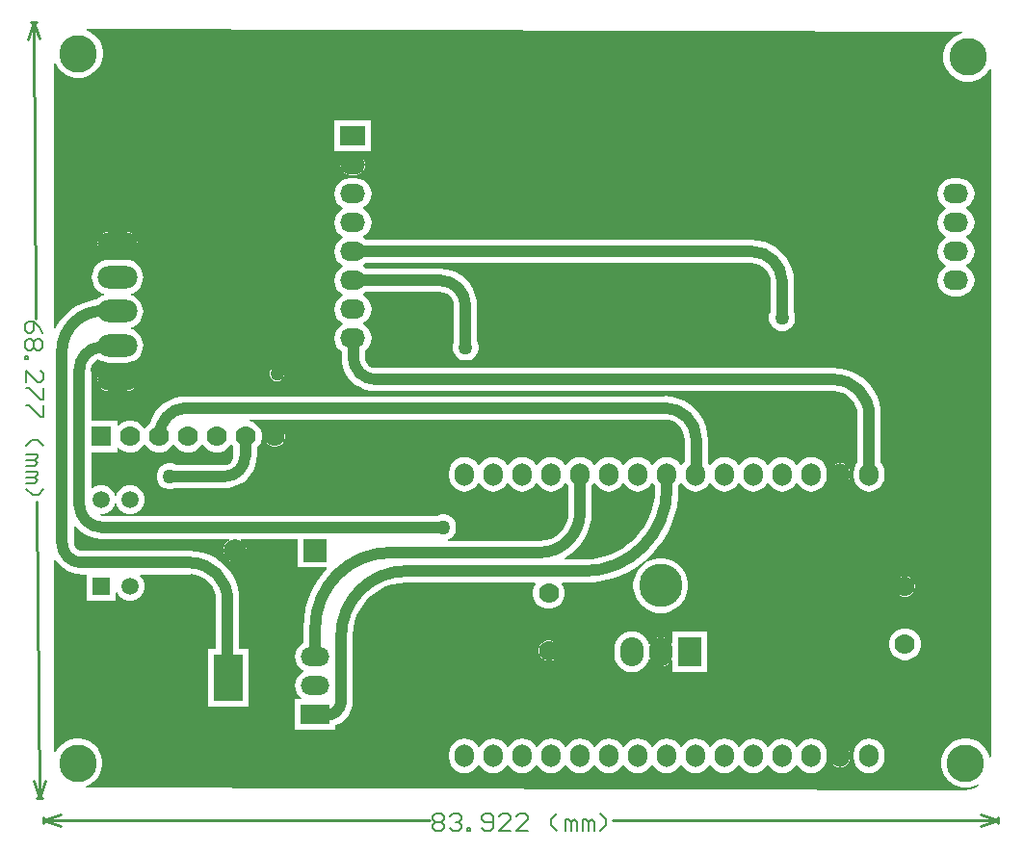
<source format=gtl>
G04*
G04 #@! TF.GenerationSoftware,Altium Limited,Altium Designer,21.0.8 (223)*
G04*
G04 Layer_Physical_Order=1*
G04 Layer_Color=255*
%FSTAX24Y24*%
%MOIN*%
G70*
G04*
G04 #@! TF.SameCoordinates,A57ED762-F1FC-47E5-BACA-E58B220B156E*
G04*
G04*
G04 #@! TF.FilePolarity,Positive*
G04*
G01*
G75*
%ADD12C,0.0100*%
%ADD37C,0.0400*%
%ADD38O,0.0800X0.1000*%
%ADD39C,0.0700*%
%ADD40C,0.1500*%
%ADD41R,0.0800X0.1000*%
%ADD42O,0.0669X0.0787*%
%ADD43C,0.1299*%
%ADD44C,0.0591*%
%ADD45R,0.0591X0.0591*%
%ADD46R,0.0700X0.0700*%
%ADD47R,0.1600X0.1000*%
%ADD48R,0.1000X0.1600*%
%ADD49O,0.1378X0.0787*%
%ADD50R,0.0787X0.0787*%
%ADD51C,0.0787*%
%ADD52O,0.1000X0.0650*%
%ADD53R,0.1000X0.0650*%
%ADD54O,0.0866X0.0669*%
%ADD55R,0.0866X0.0669*%
%ADD56C,0.0500*%
%ADD57C,0.0060*%
G36*
X047325Y049269D02*
X04733Y049219D01*
X047272Y049207D01*
X047118Y049143D01*
X046978Y04905D01*
X04686Y048932D01*
X046767Y048792D01*
X046703Y048638D01*
X04667Y048474D01*
Y048306D01*
X046703Y048142D01*
X046767Y047988D01*
X04686Y047848D01*
X046978Y04773D01*
X047118Y047637D01*
X047272Y047573D01*
X047436Y04754D01*
X047604D01*
X047768Y047573D01*
X047922Y047637D01*
X048062Y04773D01*
X04818Y047848D01*
X048258Y047965D01*
X048308Y047949D01*
X048316Y024148D01*
X048266Y024143D01*
X048257Y024188D01*
X048193Y024342D01*
X0481Y024482D01*
X047982Y0246D01*
X047842Y024693D01*
X047688Y024757D01*
X047524Y02479D01*
X047356D01*
X047192Y024757D01*
X047038Y024693D01*
X046898Y0246D01*
X04678Y024482D01*
X046687Y024342D01*
X046623Y024188D01*
X04659Y024024D01*
Y023856D01*
X046623Y023692D01*
X046687Y023538D01*
X04678Y023398D01*
X046898Y02328D01*
X047038Y023187D01*
X047192Y023123D01*
X047356Y02309D01*
X047524D01*
X047688Y023123D01*
X047842Y023187D01*
X047876Y023209D01*
X047909Y023171D01*
X047898Y023159D01*
X047739Y023074D01*
X047563Y023021D01*
X047393Y023004D01*
X047387Y023005D01*
X017014Y023088D01*
X017004Y023138D01*
X017122Y023187D01*
X017262Y02328D01*
X01738Y023398D01*
X017473Y023538D01*
X017537Y023692D01*
X01757Y023856D01*
Y024024D01*
X017537Y024188D01*
X017473Y024342D01*
X01738Y024482D01*
X017262Y0246D01*
X017122Y024693D01*
X016968Y024757D01*
X016804Y02479D01*
X016636D01*
X016472Y024757D01*
X016318Y024693D01*
X016178Y0246D01*
X01606Y024482D01*
X015967Y024342D01*
X015955Y024313D01*
X015906Y024323D01*
X015905Y030945D01*
X015953Y030959D01*
X015975Y030924D01*
X016085Y030794D01*
X016215Y030683D01*
X01636Y030594D01*
X016518Y030529D01*
X016683Y030489D01*
X016789Y030481D01*
X016805Y030479D01*
Y030479D01*
X016823Y030477D01*
X016823Y030477D01*
X016823Y030477D01*
X016834Y030477D01*
X016834Y030477D01*
X016855Y030477D01*
X017035D01*
Y029565D01*
X018025D01*
Y029844D01*
X018075Y029857D01*
X018134Y029756D01*
X018226Y029664D01*
X018339Y029598D01*
X018465Y029565D01*
X018595D01*
X018721Y029598D01*
X018834Y029664D01*
X018926Y029756D01*
X018992Y029869D01*
X019025Y029995D01*
Y030125D01*
X018992Y030251D01*
X018926Y030364D01*
X018864Y030427D01*
X018885Y030477D01*
X0206D01*
X020612Y030478D01*
X020775Y030462D01*
X020944Y030411D01*
X0211Y030328D01*
X021236Y030216D01*
X021348Y03008D01*
X021431Y029924D01*
X021482Y029755D01*
X021494Y029629D01*
X021497Y02958D01*
X021497Y02958D01*
X021497Y029578D01*
Y02788D01*
X02121D01*
Y02588D01*
X02261D01*
Y02788D01*
X022303D01*
Y029579D01*
X022304Y02958D01*
X022304D01*
X022289Y029802D01*
X022246Y030021D01*
X022174Y030232D01*
X022075Y030432D01*
X021952Y030617D01*
X021805Y030785D01*
X021637Y030932D01*
X021452Y031055D01*
X021252Y031154D01*
X021041Y031226D01*
X020822Y031269D01*
X0206Y031284D01*
Y031283D01*
X016841D01*
X016841Y031284D01*
Y031284D01*
X016841Y031284D01*
X016781Y031291D01*
X016713Y031319D01*
X016655Y031364D01*
X016611Y031422D01*
X016583Y031489D01*
X016578Y031526D01*
X016575Y031574D01*
X016575D01*
X016575Y031624D01*
X016575Y032137D01*
X016625Y032155D01*
X016716Y032048D01*
X016858Y031927D01*
X017017Y03183D01*
X017189Y031758D01*
X01737Y031715D01*
X01751Y031704D01*
X017556Y0317D01*
X017558Y0317D01*
X017608Y0317D01*
X021941D01*
X021954Y03165D01*
X02191Y031625D01*
X021837Y031552D01*
X021785Y031462D01*
X021758Y031362D01*
Y031258D01*
X021785Y031158D01*
X021837Y031068D01*
X02191Y030995D01*
X022Y030943D01*
X0221Y030916D01*
X022204D01*
X022304Y030943D01*
X022394Y030995D01*
X022467Y031068D01*
X022519Y031158D01*
X022546Y031258D01*
Y031362D01*
X022519Y031462D01*
X022467Y031552D01*
X022394Y031625D01*
X02235Y03165D01*
X022364Y0317D01*
X024314D01*
Y030716D01*
X025315D01*
X025336Y030671D01*
X025183Y0305D01*
X024987Y030224D01*
X024824Y029928D01*
X024694Y029616D01*
X024601Y029291D01*
X024544Y028958D01*
X024525Y02862D01*
X024525D01*
X024527Y02862D01*
X024527Y028618D01*
Y028104D01*
X02449Y028089D01*
X024381Y028004D01*
X024296Y027895D01*
X024244Y027767D01*
X024225Y02763D01*
X024244Y027493D01*
X024296Y027365D01*
X024381Y027256D01*
X02449Y027171D01*
X02453Y027155D01*
Y027105D01*
X02449Y027089D01*
X024381Y027004D01*
X024296Y026895D01*
X024244Y026767D01*
X024225Y02663D01*
X024244Y026493D01*
X024296Y026365D01*
X024381Y026256D01*
X024446Y026205D01*
X024429Y026155D01*
X02423D01*
Y025105D01*
X02563D01*
Y025245D01*
X025661Y025254D01*
X025823Y025341D01*
X025965Y025457D01*
X026081Y025599D01*
X026167Y02576D01*
X026221Y025936D01*
X026227Y026002D01*
X026227Y026002D01*
X026227D01*
X026227Y026003D01*
X026233Y026052D01*
X026233Y026052D01*
X026233Y026648D01*
Y02834D01*
X026232Y028352D01*
X026247Y028581D01*
X026294Y028819D01*
X026372Y029048D01*
X026479Y029264D01*
X026613Y029466D01*
X026773Y029647D01*
X026954Y029807D01*
X027156Y029941D01*
X027372Y030048D01*
X027601Y030126D01*
X027839Y030173D01*
X028068Y030188D01*
X02808Y030187D01*
X032523D01*
X032552Y030137D01*
X032497Y030042D01*
X03246Y029902D01*
Y029758D01*
X032497Y029618D01*
X03257Y029492D01*
X032672Y02939D01*
X032798Y029317D01*
X032938Y02928D01*
X033082D01*
X033222Y029317D01*
X033348Y02939D01*
X03345Y029492D01*
X033523Y029618D01*
X03356Y029758D01*
Y029902D01*
X033523Y030042D01*
X033468Y030137D01*
X033497Y030187D01*
X034238D01*
X03424Y030187D01*
X03424Y030186D01*
Y030186D01*
X03456Y030202D01*
X034877Y030249D01*
X035187Y030327D01*
X035489Y030435D01*
X035779Y030571D01*
X036053Y030736D01*
X036311Y030927D01*
X036548Y031142D01*
X036763Y031379D01*
X036954Y031637D01*
X037119Y031911D01*
X037255Y032201D01*
X037363Y032503D01*
X037441Y032813D01*
X037488Y03313D01*
X037504Y03345D01*
X037504Y03345D01*
X037503Y033451D01*
Y03353D01*
X037567Y033613D01*
X037575Y033633D01*
X037625D01*
X037633Y033613D01*
X037719Y033502D01*
X03783Y033416D01*
X03796Y033362D01*
X0381Y033344D01*
X03824Y033362D01*
X03837Y033416D01*
X038481Y033502D01*
X038567Y033613D01*
X038575Y033633D01*
X038625D01*
X038633Y033613D01*
X038719Y033502D01*
X03883Y033416D01*
X03896Y033362D01*
X0391Y033344D01*
X03924Y033362D01*
X03937Y033416D01*
X039481Y033502D01*
X039567Y033613D01*
X039575Y033633D01*
X039625D01*
X039633Y033613D01*
X039719Y033502D01*
X03983Y033416D01*
X03996Y033362D01*
X0401Y033344D01*
X04024Y033362D01*
X04037Y033416D01*
X040481Y033502D01*
X040567Y033613D01*
X040575Y033633D01*
X040625D01*
X040633Y033613D01*
X040719Y033502D01*
X04083Y033416D01*
X04096Y033362D01*
X0411Y033344D01*
X04124Y033362D01*
X04137Y033416D01*
X041481Y033502D01*
X041567Y033613D01*
X041575Y033633D01*
X041625D01*
X041633Y033613D01*
X041719Y033502D01*
X04183Y033416D01*
X04196Y033362D01*
X0421Y033344D01*
X04224Y033362D01*
X04237Y033416D01*
X042481Y033502D01*
X042567Y033613D01*
X042621Y033743D01*
X042639Y033883D01*
Y034001D01*
X042621Y034141D01*
X042567Y034271D01*
X042481Y034382D01*
X04237Y034468D01*
X04224Y034522D01*
X0421Y03454D01*
X04196Y034522D01*
X04183Y034468D01*
X041719Y034382D01*
X041633Y034271D01*
X041625Y034251D01*
X041575D01*
X041567Y034271D01*
X041481Y034382D01*
X04137Y034468D01*
X04124Y034522D01*
X0411Y03454D01*
X04096Y034522D01*
X04083Y034468D01*
X040719Y034382D01*
X040633Y034271D01*
X040625Y034251D01*
X040575D01*
X040567Y034271D01*
X040481Y034382D01*
X04037Y034468D01*
X04024Y034522D01*
X0401Y03454D01*
X03996Y034522D01*
X03983Y034468D01*
X039719Y034382D01*
X039633Y034271D01*
X039625Y034251D01*
X039575D01*
X039567Y034271D01*
X039481Y034382D01*
X03937Y034468D01*
X03924Y034522D01*
X0391Y03454D01*
X03896Y034522D01*
X03883Y034468D01*
X038719Y034382D01*
X038633Y034271D01*
X038625Y034251D01*
X038575D01*
X038567Y034271D01*
X038523Y034327D01*
Y03514D01*
X038525D01*
X038506Y035375D01*
X038451Y035605D01*
X038361Y035823D01*
X038237Y036024D01*
X038084Y036204D01*
X037904Y036357D01*
X037703Y036481D01*
X037485Y036571D01*
X037255Y036626D01*
X03702Y036645D01*
Y036643D01*
X020459D01*
X020458Y036643D01*
X020458Y036643D01*
X020448Y036643D01*
X020415Y036639D01*
X020281Y036629D01*
X020075Y036579D01*
X019879Y036498D01*
X019698Y036387D01*
X019537Y03625D01*
X0194Y036089D01*
X019289Y035908D01*
X019208Y035712D01*
X019204Y035697D01*
X019192Y03569D01*
X01909Y035588D01*
X019055Y035527D01*
X019005D01*
X01897Y035588D01*
X018868Y03569D01*
X018742Y035763D01*
X018602Y0358D01*
X018458D01*
X018318Y035763D01*
X018192Y03569D01*
X01813Y035628D01*
X01808Y035649D01*
Y0358D01*
X017175D01*
Y037466D01*
X017175Y037466D01*
Y037481D01*
X017173Y037494D01*
X017174Y037507D01*
X017172Y037539D01*
X01717Y037548D01*
X017184Y037652D01*
X017224Y03775D01*
X017288Y037833D01*
X017371Y037897D01*
X017437Y037924D01*
X017463Y037903D01*
X017566Y037848D01*
X017678Y037814D01*
X017795Y037802D01*
X018385D01*
X018502Y037814D01*
X018614Y037848D01*
X018717Y037903D01*
X018807Y037977D01*
X018881Y038067D01*
X018936Y038171D01*
X01897Y038283D01*
X018982Y038399D01*
X01897Y038515D01*
X018936Y038627D01*
X018881Y03873D01*
X018807Y038821D01*
X018717Y038895D01*
X018614Y03895D01*
X01857Y038963D01*
Y039016D01*
X018614Y039029D01*
X018717Y039084D01*
X018807Y039158D01*
X018881Y039249D01*
X018936Y039352D01*
X01897Y039464D01*
X018982Y03958D01*
X01897Y039696D01*
X018936Y039808D01*
X018881Y039911D01*
X018807Y040002D01*
X018717Y040076D01*
X018614Y040131D01*
X01857Y040144D01*
Y040197D01*
X018614Y04021D01*
X018717Y040265D01*
X018807Y040339D01*
X018881Y04043D01*
X018936Y040533D01*
X01897Y040645D01*
X018982Y040761D01*
X01897Y040877D01*
X018936Y040989D01*
X018881Y041093D01*
X018807Y041183D01*
X018717Y041257D01*
X018614Y041312D01*
X018502Y041346D01*
X018385Y041358D01*
X017795D01*
X017678Y041346D01*
X017566Y041312D01*
X017463Y041257D01*
X017373Y041183D01*
X017299Y041093D01*
X017244Y040989D01*
X01721Y040877D01*
X017198Y040761D01*
X01721Y040645D01*
X017244Y040533D01*
X017299Y04043D01*
X017373Y040339D01*
X017463Y040265D01*
X017566Y04021D01*
X01761Y040197D01*
Y040144D01*
X017566Y040131D01*
X017463Y040076D01*
X017373Y040002D01*
X01736Y039986D01*
X017328Y039984D01*
X017097Y039938D01*
X016874Y039862D01*
X016663Y039758D01*
X016467Y039627D01*
X01629Y039472D01*
X016135Y039295D01*
X016004Y039099D01*
X015953Y038994D01*
X015904Y039006D01*
X015903Y048156D01*
X015953Y048166D01*
X015977Y048108D01*
X01607Y047968D01*
X016188Y04785D01*
X016328Y047757D01*
X016482Y047693D01*
X016646Y04766D01*
X016814D01*
X016978Y047693D01*
X017132Y047757D01*
X017272Y04785D01*
X01739Y047968D01*
X017483Y048108D01*
X017547Y048262D01*
X01758Y048426D01*
Y048594D01*
X017547Y048758D01*
X017483Y048912D01*
X01739Y049052D01*
X017272Y04917D01*
X017132Y049263D01*
X017005Y049316D01*
X017015Y049366D01*
X047325Y049269D01*
D02*
G37*
G36*
X037156Y035825D02*
X037287Y035785D01*
X037408Y035721D01*
X037514Y035634D01*
X037601Y035528D01*
X037665Y035407D01*
X037705Y035276D01*
X037718Y035148D01*
X037717Y03514D01*
Y03438D01*
X037633Y034271D01*
X037625Y034251D01*
X037575D01*
X037567Y034271D01*
X037481Y034382D01*
X03737Y034468D01*
X03724Y034522D01*
X0371Y03454D01*
X03696Y034522D01*
X03683Y034468D01*
X036719Y034382D01*
X036633Y034271D01*
X036625Y034251D01*
X036575D01*
X036567Y034271D01*
X036481Y034382D01*
X03637Y034468D01*
X03624Y034522D01*
X0361Y03454D01*
X03596Y034522D01*
X03583Y034468D01*
X035719Y034382D01*
X035633Y034271D01*
X035625Y034251D01*
X035575D01*
X035567Y034271D01*
X035481Y034382D01*
X03537Y034468D01*
X03524Y034522D01*
X0351Y03454D01*
X03496Y034522D01*
X03483Y034468D01*
X034719Y034382D01*
X034633Y034271D01*
X034625Y034251D01*
X034575D01*
X034567Y034271D01*
X034481Y034382D01*
X03437Y034468D01*
X03424Y034522D01*
X0341Y03454D01*
X03396Y034522D01*
X03383Y034468D01*
X033719Y034382D01*
X033633Y034271D01*
X033625Y034251D01*
X033575D01*
X033567Y034271D01*
X033481Y034382D01*
X03337Y034468D01*
X03324Y034522D01*
X0331Y03454D01*
X03296Y034522D01*
X03283Y034468D01*
X032719Y034382D01*
X032633Y034271D01*
X032625Y034251D01*
X032575D01*
X032567Y034271D01*
X032481Y034382D01*
X03237Y034468D01*
X03224Y034522D01*
X0321Y03454D01*
X03196Y034522D01*
X03183Y034468D01*
X031719Y034382D01*
X031633Y034271D01*
X031625Y034251D01*
X031575D01*
X031567Y034271D01*
X031481Y034382D01*
X03137Y034468D01*
X03124Y034522D01*
X0311Y03454D01*
X03096Y034522D01*
X03083Y034468D01*
X030719Y034382D01*
X030633Y034271D01*
X030625Y034251D01*
X030575D01*
X030567Y034271D01*
X030481Y034382D01*
X03037Y034468D01*
X03024Y034522D01*
X0301Y03454D01*
X02996Y034522D01*
X02983Y034468D01*
X029719Y034382D01*
X029633Y034271D01*
X029579Y034141D01*
X029561Y034001D01*
Y033883D01*
X029579Y033743D01*
X029633Y033613D01*
X029719Y033502D01*
X02983Y033416D01*
X02996Y033362D01*
X0301Y033344D01*
X03024Y033362D01*
X03037Y033416D01*
X030481Y033502D01*
X030567Y033613D01*
X030575Y033633D01*
X030625D01*
X030633Y033613D01*
X030719Y033502D01*
X03083Y033416D01*
X03096Y033362D01*
X0311Y033344D01*
X03124Y033362D01*
X03137Y033416D01*
X031481Y033502D01*
X031567Y033613D01*
X031575Y033633D01*
X031625D01*
X031633Y033613D01*
X031719Y033502D01*
X03183Y033416D01*
X03196Y033362D01*
X0321Y033344D01*
X03224Y033362D01*
X03237Y033416D01*
X032481Y033502D01*
X032567Y033613D01*
X032575Y033633D01*
X032625D01*
X032633Y033613D01*
X032719Y033502D01*
X03283Y033416D01*
X03296Y033362D01*
X0331Y033344D01*
X03324Y033362D01*
X03337Y033416D01*
X033481Y033502D01*
X033567Y033613D01*
X033575Y033633D01*
X033625D01*
X033633Y033613D01*
X033692Y033536D01*
Y032636D01*
X033694Y032621D01*
X033676Y032439D01*
X033619Y032251D01*
X033526Y032077D01*
X033401Y031925D01*
X033249Y0318D01*
X033075Y031707D01*
X032886Y031649D01*
X032704Y031632D01*
X03269Y031633D01*
X029533D01*
X029527Y031683D01*
X02953Y031684D01*
X029633Y031744D01*
X029716Y031827D01*
X029776Y03193D01*
X029806Y032044D01*
Y032163D01*
X029776Y032277D01*
X029716Y03238D01*
X029633Y032464D01*
X02953Y032523D01*
X029416Y032554D01*
X029297D01*
X029183Y032523D01*
X029155Y032507D01*
X017558D01*
X01755Y032506D01*
X017486Y032515D01*
X017489Y032565D01*
X017595D01*
X017721Y032598D01*
X017834Y032664D01*
X017926Y032756D01*
X017992Y032869D01*
X018004Y032916D01*
X018056D01*
X018068Y032869D01*
X018134Y032756D01*
X018226Y032664D01*
X018339Y032598D01*
X018465Y032565D01*
X018595D01*
X018721Y032598D01*
X018834Y032664D01*
X018926Y032756D01*
X018992Y032869D01*
X019025Y032995D01*
Y033125D01*
X018992Y033251D01*
X018926Y033364D01*
X018834Y033456D01*
X018721Y033522D01*
X018595Y033555D01*
X018465D01*
X018339Y033522D01*
X018226Y033456D01*
X018134Y033364D01*
X018068Y033251D01*
X018056Y033204D01*
X018004D01*
X017992Y033251D01*
X017926Y033364D01*
X017834Y033456D01*
X017721Y033522D01*
X017595Y033555D01*
X017465D01*
X017339Y033522D01*
X017226Y033456D01*
X017221Y033451D01*
X017175Y03347D01*
Y0347D01*
X01808D01*
Y034851D01*
X01813Y034872D01*
X018192Y03481D01*
X018318Y034737D01*
X018458Y0347D01*
X018602D01*
X018742Y034737D01*
X018868Y03481D01*
X01897Y034912D01*
X019005Y034973D01*
X019055D01*
X01909Y034912D01*
X019192Y03481D01*
X019318Y034737D01*
X019458Y0347D01*
X019602D01*
X019742Y034737D01*
X019868Y03481D01*
X01997Y034912D01*
X020005Y034973D01*
X020055D01*
X02009Y034912D01*
X020192Y03481D01*
X020318Y034737D01*
X020458Y0347D01*
X020602D01*
X020742Y034737D01*
X020868Y03481D01*
X02097Y034912D01*
X021005Y034973D01*
X021055D01*
X02109Y034912D01*
X021192Y03481D01*
X021318Y034737D01*
X021458Y0347D01*
X021602D01*
X021742Y034737D01*
X021868Y03481D01*
X02197Y034912D01*
X022005Y034973D01*
X022055D01*
X02209Y034912D01*
X022107Y034896D01*
Y03459D01*
X022107Y034585D01*
X022097Y034505D01*
X022064Y034426D01*
X022012Y034358D01*
X021944Y034306D01*
X021865Y034273D01*
X021785Y034263D01*
X02178Y034263D01*
X020119D01*
X020074Y034289D01*
X019959Y03432D01*
X019841D01*
X019726Y034289D01*
X019624Y03423D01*
X01954Y034146D01*
X019481Y034044D01*
X01945Y033929D01*
Y033811D01*
X019481Y033696D01*
X01954Y033594D01*
X019624Y03351D01*
X019726Y033451D01*
X019841Y03342D01*
X019959D01*
X020074Y033451D01*
X020084Y033457D01*
X02178D01*
Y033457D01*
X021957Y03347D01*
X02213Y033512D01*
X022295Y03358D01*
X022446Y033673D01*
X022582Y033788D01*
X022697Y033924D01*
X02279Y034075D01*
X022858Y03424D01*
X0229Y034413D01*
X022913Y03459D01*
X022913D01*
Y034856D01*
X02297Y034912D01*
X023043Y035038D01*
X02308Y035178D01*
Y035322D01*
X023043Y035462D01*
X02297Y035588D01*
X022868Y03569D01*
X022742Y035763D01*
X022653Y035787D01*
X022659Y035837D01*
X03702D01*
X037028Y035838D01*
X037156Y035825D01*
D02*
G37*
G36*
X036633Y033613D02*
X036697Y03353D01*
Y033452D01*
X036697Y03345D01*
X036697Y03345D01*
X036696Y0334D01*
X036683Y033175D01*
X036637Y032903D01*
X036561Y032638D01*
X036455Y032383D01*
X036322Y032142D01*
X036162Y031917D01*
X035979Y031711D01*
X035773Y031528D01*
X035548Y031368D01*
X035307Y031235D01*
X035052Y031129D01*
X034787Y031053D01*
X034515Y031007D01*
X034253Y030992D01*
X03424Y030993D01*
X034239Y030993D01*
X034239Y030993D01*
X034239Y030993D01*
X033553D01*
X033541Y031042D01*
X033595Y031069D01*
X033792Y0312D01*
X033969Y031356D01*
X034126Y031534D01*
X034257Y031731D01*
X034362Y031943D01*
X034438Y032167D01*
X034484Y032399D01*
X034499Y032636D01*
X034499D01*
Y033525D01*
X034567Y033613D01*
X034575Y033633D01*
X034625D01*
X034633Y033613D01*
X034719Y033502D01*
X03483Y033416D01*
X03496Y033362D01*
X0351Y033344D01*
X03524Y033362D01*
X03537Y033416D01*
X035481Y033502D01*
X035567Y033613D01*
X035575Y033633D01*
X035625D01*
X035633Y033613D01*
X035719Y033502D01*
X03583Y033416D01*
X03596Y033362D01*
X0361Y033344D01*
X03624Y033362D01*
X03637Y033416D01*
X036481Y033502D01*
X036567Y033613D01*
X036575Y033633D01*
X036625D01*
X036633Y033613D01*
D02*
G37*
%LPC*%
G36*
X026869Y046181D02*
X025603D01*
Y045112D01*
X026869D01*
Y046181D01*
D02*
G37*
G36*
X026334Y044984D02*
X026138D01*
X02605Y044972D01*
X025969Y044939D01*
X025899Y044885D01*
X025845Y044815D01*
X025812Y044734D01*
X0258Y044646D01*
X025812Y044559D01*
X025845Y044478D01*
X025899Y044408D01*
X025969Y044354D01*
X02605Y04432D01*
X026138Y044309D01*
X026334D01*
X026422Y04432D01*
X026503Y044354D01*
X026573Y044408D01*
X026627Y044478D01*
X02666Y044559D01*
X026672Y044646D01*
X02666Y044734D01*
X026627Y044815D01*
X026573Y044885D01*
X026503Y044939D01*
X026422Y044972D01*
X026334Y044984D01*
D02*
G37*
G36*
X018385Y042339D02*
X017795D01*
X017692Y042326D01*
X017596Y042286D01*
X017514Y042223D01*
X017451Y042141D01*
X017411Y042045D01*
X017398Y041942D01*
X017411Y041839D01*
X017451Y041744D01*
X017514Y041661D01*
X017596Y041598D01*
X017692Y041559D01*
X017795Y041545D01*
X018385D01*
X018488Y041559D01*
X018584Y041598D01*
X018666Y041661D01*
X018729Y041744D01*
X018769Y041839D01*
X018782Y041942D01*
X018769Y042045D01*
X018729Y042141D01*
X018666Y042223D01*
X018584Y042286D01*
X018488Y042326D01*
X018385Y042339D01*
D02*
G37*
G36*
X047202Y044187D02*
X047006D01*
X046866Y044169D01*
X046736Y044115D01*
X046624Y044029D01*
X046539Y043918D01*
X046485Y043788D01*
X046466Y043648D01*
X046485Y043509D01*
X046539Y043378D01*
X046624Y043267D01*
X046736Y043181D01*
X046755Y043173D01*
Y043123D01*
X046736Y043115D01*
X046624Y043029D01*
X046539Y042918D01*
X046485Y042788D01*
X046466Y042648D01*
X046485Y042509D01*
X046539Y042378D01*
X046624Y042267D01*
X046736Y042181D01*
X046755Y042173D01*
Y042123D01*
X046736Y042115D01*
X046624Y042029D01*
X046539Y041918D01*
X046485Y041788D01*
X046466Y041648D01*
X046485Y041509D01*
X046539Y041378D01*
X046624Y041267D01*
X046736Y041181D01*
X046755Y041173D01*
Y041123D01*
X046736Y041115D01*
X046624Y041029D01*
X046539Y040918D01*
X046485Y040788D01*
X046466Y040648D01*
X046485Y040509D01*
X046539Y040378D01*
X046624Y040267D01*
X046736Y040181D01*
X046866Y040127D01*
X047006Y040109D01*
X047202D01*
X047342Y040127D01*
X047472Y040181D01*
X047584Y040267D01*
X047669Y040378D01*
X047723Y040509D01*
X047742Y040648D01*
X047723Y040788D01*
X047669Y040918D01*
X047584Y041029D01*
X047472Y041115D01*
X047453Y041123D01*
Y041173D01*
X047472Y041181D01*
X047584Y041267D01*
X047669Y041378D01*
X047723Y041509D01*
X047742Y041648D01*
X047723Y041788D01*
X047669Y041918D01*
X047584Y042029D01*
X047472Y042115D01*
X047453Y042123D01*
Y042173D01*
X047472Y042181D01*
X047584Y042267D01*
X047669Y042378D01*
X047723Y042509D01*
X047742Y042648D01*
X047723Y042788D01*
X047669Y042918D01*
X047584Y043029D01*
X047472Y043115D01*
X047453Y043123D01*
Y043173D01*
X047472Y043181D01*
X047584Y043267D01*
X047669Y043378D01*
X047723Y043509D01*
X047742Y043648D01*
X047723Y043788D01*
X047669Y043918D01*
X047584Y044029D01*
X047472Y044115D01*
X047342Y044169D01*
X047202Y044187D01*
D02*
G37*
G36*
X026334Y044186D02*
X026138D01*
X025998Y044167D01*
X025868Y044113D01*
X025756Y044028D01*
X025671Y043916D01*
X025617Y043786D01*
X025598Y043646D01*
X025617Y043507D01*
X025671Y043377D01*
X025756Y043265D01*
X025868Y043179D01*
X025887Y043171D01*
Y043121D01*
X025868Y043113D01*
X025756Y043028D01*
X025671Y042916D01*
X025617Y042786D01*
X025598Y042646D01*
X025617Y042507D01*
X025671Y042377D01*
X025756Y042265D01*
X025868Y042179D01*
X025887Y042171D01*
Y042121D01*
X025868Y042113D01*
X025756Y042028D01*
X025671Y041916D01*
X025617Y041786D01*
X025598Y041646D01*
X025617Y041507D01*
X025671Y041377D01*
X025756Y041265D01*
X025868Y041179D01*
X025887Y041171D01*
Y041121D01*
X025868Y041113D01*
X025756Y041028D01*
X025671Y040916D01*
X025617Y040786D01*
X025598Y040646D01*
X025617Y040507D01*
X025671Y040377D01*
X025756Y040265D01*
X025868Y040179D01*
X025887Y040171D01*
Y040121D01*
X025868Y040113D01*
X025756Y040028D01*
X025671Y039916D01*
X025617Y039786D01*
X025598Y039646D01*
X025617Y039507D01*
X025671Y039377D01*
X025756Y039265D01*
X025868Y039179D01*
X025887Y039171D01*
Y039121D01*
X025868Y039113D01*
X025756Y039028D01*
X025671Y038916D01*
X025617Y038786D01*
X025598Y038646D01*
X025617Y038507D01*
X025671Y038377D01*
X025756Y038265D01*
X025843Y038199D01*
Y038056D01*
X025842Y038006D01*
X025842Y038004D01*
X025846Y037957D01*
X025857Y037818D01*
X0259Y037637D01*
X025972Y037465D01*
X026069Y037306D01*
X02619Y037164D01*
X026332Y037043D01*
X026491Y036946D01*
X026663Y036874D01*
X026844Y036831D01*
X026983Y03682D01*
X02703Y036816D01*
X027032Y036816D01*
Y036817D01*
X04287D01*
X042881Y036818D01*
X043032Y036803D01*
X043187Y036756D01*
X043331Y036679D01*
X043456Y036576D01*
X043559Y036451D01*
X043636Y036307D01*
X043683Y036152D01*
X043698Y036001D01*
X043697Y03599D01*
Y034353D01*
X043633Y034271D01*
X043579Y034141D01*
X043561Y034001D01*
Y033883D01*
X043579Y033743D01*
X043633Y033613D01*
X043719Y033502D01*
X04383Y033416D01*
X04396Y033362D01*
X0441Y033344D01*
X04424Y033362D01*
X04437Y033416D01*
X044481Y033502D01*
X044567Y033613D01*
X044621Y033743D01*
X044639Y033883D01*
Y034001D01*
X044621Y034141D01*
X044567Y034271D01*
X044503Y034353D01*
Y03599D01*
X044503D01*
X04449Y036203D01*
X044448Y036413D01*
X044379Y036615D01*
X044285Y036807D01*
X044166Y036984D01*
X044025Y037145D01*
X043864Y037286D01*
X043687Y037405D01*
X043495Y037499D01*
X043293Y037568D01*
X043083Y03761D01*
X04287Y037624D01*
Y037623D01*
X027031D01*
X027024Y037623D01*
X026931Y037635D01*
X026839Y037673D01*
X02676Y037734D01*
X026699Y037813D01*
X026661Y037905D01*
X026648Y037998D01*
X026649Y038005D01*
Y038214D01*
X026716Y038265D01*
X026801Y038377D01*
X026855Y038507D01*
X026874Y038646D01*
X026855Y038786D01*
X026801Y038916D01*
X026716Y039028D01*
X026604Y039113D01*
X026585Y039121D01*
Y039171D01*
X026604Y039179D01*
X026716Y039265D01*
X026801Y039377D01*
X026855Y039507D01*
X026874Y039646D01*
X026855Y039786D01*
X026801Y039916D01*
X026716Y040028D01*
X026604Y040113D01*
X026585Y040121D01*
Y040171D01*
X026604Y040179D01*
X0267Y040253D01*
X029244D01*
X029254Y040254D01*
X029369Y040239D01*
X029486Y04019D01*
X029587Y040113D01*
X029664Y040013D01*
X029713Y039896D01*
X029728Y03978D01*
X029727Y03977D01*
Y038514D01*
X029721Y038504D01*
X02969Y038389D01*
Y038271D01*
X029721Y038156D01*
X02978Y038054D01*
X029864Y03797D01*
X029966Y037911D01*
X030081Y03788D01*
X030199D01*
X030314Y037911D01*
X030416Y03797D01*
X0305Y038054D01*
X030559Y038156D01*
X03059Y038271D01*
Y038389D01*
X030559Y038504D01*
X030533Y038549D01*
Y03977D01*
X030534D01*
X030518Y039972D01*
X030471Y040169D01*
X030393Y040356D01*
X030288Y040528D01*
X030156Y040682D01*
X030002Y040814D01*
X029829Y04092D01*
X029642Y040997D01*
X029446Y041044D01*
X029244Y04106D01*
Y04106D01*
X026674D01*
X026604Y041113D01*
X026585Y041121D01*
Y041171D01*
X026604Y041179D01*
X0267Y041253D01*
X040034D01*
X040041Y041254D01*
X040161Y041242D01*
X040284Y041205D01*
X040397Y041144D01*
X040496Y041063D01*
X040578Y040964D01*
X040638Y04085D01*
X040676Y040728D01*
X040683Y040649D01*
X040687Y0406D01*
X040687Y0406D01*
X040687Y040598D01*
Y039561D01*
X040671Y039534D01*
X04064Y039419D01*
Y039301D01*
X040671Y039186D01*
X04073Y039084D01*
X040814Y039D01*
X040916Y038941D01*
X041031Y03891D01*
X041149D01*
X041264Y038941D01*
X041366Y039D01*
X04145Y039084D01*
X041509Y039186D01*
X04154Y039301D01*
Y039419D01*
X041509Y039534D01*
X041493Y039561D01*
Y040599D01*
X041494Y0406D01*
X041494D01*
X041477Y040829D01*
X041423Y041051D01*
X041335Y041263D01*
X041216Y041459D01*
X041067Y041633D01*
X040892Y041782D01*
X040697Y041902D01*
X040485Y041989D01*
X040262Y042043D01*
X040034Y042061D01*
Y04206D01*
X026674D01*
X026604Y042113D01*
X026585Y042121D01*
Y042171D01*
X026604Y042179D01*
X026716Y042265D01*
X026801Y042377D01*
X026855Y042507D01*
X026874Y042646D01*
X026855Y042786D01*
X026801Y042916D01*
X026716Y043028D01*
X026604Y043113D01*
X026585Y043121D01*
Y043171D01*
X026604Y043179D01*
X026716Y043265D01*
X026801Y043377D01*
X026855Y043507D01*
X026874Y043646D01*
X026855Y043786D01*
X026801Y043916D01*
X026716Y044028D01*
X026604Y044113D01*
X026474Y044167D01*
X026334Y044186D01*
D02*
G37*
G36*
X02366Y03767D02*
X02356D01*
X023468Y037632D01*
X023398Y037562D01*
X02336Y03747D01*
Y03737D01*
X023398Y037278D01*
X023468Y037208D01*
X02356Y03717D01*
X02366D01*
X023752Y037208D01*
X023822Y037278D01*
X02386Y03737D01*
Y03747D01*
X023822Y037562D01*
X023752Y037632D01*
X02366Y03767D01*
D02*
G37*
G36*
X018385Y037615D02*
X017795D01*
X017692Y037601D01*
X017596Y037562D01*
X017514Y037499D01*
X017451Y037416D01*
X017411Y037321D01*
X017398Y037218D01*
X017411Y037115D01*
X017451Y037019D01*
X017514Y036937D01*
X017596Y036874D01*
X017692Y036834D01*
X017795Y036821D01*
X018385D01*
X018488Y036834D01*
X018584Y036874D01*
X018666Y036937D01*
X018729Y037019D01*
X018769Y037115D01*
X018782Y037218D01*
X018769Y037321D01*
X018729Y037416D01*
X018666Y037499D01*
X018584Y037562D01*
X018488Y037601D01*
X018385Y037615D01*
D02*
G37*
G36*
X0431Y034339D02*
X043013Y034327D01*
X042931Y034293D01*
X042861Y03424D01*
X042808Y03417D01*
X042774Y034088D01*
X042762Y034001D01*
Y033883D01*
X042774Y033796D01*
X042808Y033714D01*
X042861Y033644D01*
X042931Y033591D01*
X043013Y033557D01*
X0431Y033545D01*
X043187Y033557D01*
X043269Y033591D01*
X043339Y033644D01*
X043392Y033714D01*
X043426Y033796D01*
X043438Y033883D01*
Y034001D01*
X043426Y034088D01*
X043392Y03417D01*
X043339Y03424D01*
X043269Y034293D01*
X043187Y034327D01*
X0431Y034339D01*
D02*
G37*
G36*
X045386Y03041D02*
X045294D01*
X045205Y030386D01*
X045125Y03034D01*
X04506Y030275D01*
X045014Y030195D01*
X04499Y030106D01*
Y030014D01*
X045014Y029925D01*
X04506Y029845D01*
X045125Y02978D01*
X045205Y029734D01*
X045294Y02971D01*
X045386D01*
X045475Y029734D01*
X045555Y02978D01*
X04562Y029845D01*
X045666Y029925D01*
X04569Y030014D01*
Y030106D01*
X045666Y030195D01*
X04562Y030275D01*
X045555Y03034D01*
X045475Y030386D01*
X045386Y03041D01*
D02*
G37*
G36*
X036984Y03104D02*
X036796D01*
X036613Y031003D01*
X03644Y030932D01*
X036284Y030828D01*
X036152Y030696D01*
X036048Y03054D01*
X035977Y030367D01*
X03594Y030184D01*
Y029996D01*
X035977Y029813D01*
X036048Y02964D01*
X036152Y029484D01*
X036284Y029352D01*
X03644Y029248D01*
X036613Y029177D01*
X036796Y02914D01*
X036984D01*
X037167Y029177D01*
X03734Y029248D01*
X037496Y029352D01*
X037628Y029484D01*
X037732Y02964D01*
X037803Y029813D01*
X03784Y029996D01*
Y030184D01*
X037803Y030367D01*
X037732Y03054D01*
X037628Y030696D01*
X037496Y030828D01*
X03734Y030932D01*
X037167Y031003D01*
X036984Y03104D01*
D02*
G37*
G36*
X045412Y02861D02*
X045268D01*
X045128Y028573D01*
X045002Y0285D01*
X0449Y028398D01*
X044827Y028272D01*
X04479Y028132D01*
Y027988D01*
X044827Y027848D01*
X0449Y027722D01*
X045002Y02762D01*
X045128Y027547D01*
X045268Y02751D01*
X045412D01*
X045552Y027547D01*
X045678Y02762D01*
X04578Y027722D01*
X045853Y027848D01*
X04589Y027988D01*
Y028132D01*
X045853Y028272D01*
X04578Y028398D01*
X045678Y0285D01*
X045552Y028573D01*
X045412Y02861D01*
D02*
G37*
G36*
X033056Y02818D02*
X032964D01*
X032875Y028156D01*
X032795Y02811D01*
X03273Y028045D01*
X032684Y027965D01*
X03266Y027876D01*
Y027784D01*
X032684Y027695D01*
X03273Y027615D01*
X032795Y02755D01*
X032875Y027504D01*
X032964Y02748D01*
X033056D01*
X033145Y027504D01*
X033225Y02755D01*
X03329Y027615D01*
X033336Y027695D01*
X03336Y027784D01*
Y027876D01*
X033336Y027965D01*
X03329Y028045D01*
X033225Y02811D01*
X033145Y028156D01*
X033056Y02818D01*
D02*
G37*
G36*
X03589Y028493D02*
X035772Y028481D01*
X035659Y028447D01*
X035555Y028391D01*
X035464Y028316D01*
X035389Y028225D01*
X035333Y028121D01*
X035299Y028008D01*
X035287Y02789D01*
Y02769D01*
X035299Y027572D01*
X035333Y027459D01*
X035389Y027355D01*
X035464Y027264D01*
X035555Y027189D01*
X035659Y027133D01*
X035772Y027099D01*
X03589Y027087D01*
X036008Y027099D01*
X036121Y027133D01*
X036225Y027189D01*
X036316Y027264D01*
X036391Y027355D01*
X036447Y027459D01*
X036469Y027531D01*
X036522Y027534D01*
X036541Y027488D01*
X036605Y027405D01*
X036688Y027341D01*
X036786Y0273D01*
X03689Y027287D01*
X036994Y0273D01*
X037092Y027341D01*
X037175Y027405D01*
X037239Y027488D01*
X03724Y02749D01*
X03729Y02748D01*
Y02709D01*
X03849D01*
Y02849D01*
X03729D01*
Y0281D01*
X03724Y02809D01*
X037239Y028092D01*
X037175Y028175D01*
X037092Y028239D01*
X036994Y02828D01*
X03689Y028293D01*
X036786Y02828D01*
X036688Y028239D01*
X036605Y028175D01*
X036541Y028092D01*
X036522Y028046D01*
X036469Y028049D01*
X036447Y028121D01*
X036391Y028225D01*
X036316Y028316D01*
X036225Y028391D01*
X036121Y028447D01*
X036008Y028481D01*
X03589Y028493D01*
D02*
G37*
G36*
X01991Y02768D02*
X01891D01*
Y02608D01*
X01991D01*
Y02768D01*
D02*
G37*
G36*
X0421Y024788D02*
X04196Y02477D01*
X04183Y024716D01*
X041719Y02463D01*
X041633Y024519D01*
X041625Y024499D01*
X041575D01*
X041567Y024519D01*
X041481Y02463D01*
X04137Y024716D01*
X04124Y02477D01*
X0411Y024788D01*
X04096Y02477D01*
X04083Y024716D01*
X040719Y02463D01*
X040633Y024519D01*
X040625Y024499D01*
X040575D01*
X040567Y024519D01*
X040481Y02463D01*
X04037Y024716D01*
X04024Y02477D01*
X0401Y024788D01*
X03996Y02477D01*
X03983Y024716D01*
X039719Y02463D01*
X039633Y024519D01*
X039625Y024499D01*
X039575D01*
X039567Y024519D01*
X039481Y02463D01*
X03937Y024716D01*
X03924Y02477D01*
X0391Y024788D01*
X03896Y02477D01*
X03883Y024716D01*
X038719Y02463D01*
X038633Y024519D01*
X038625Y024499D01*
X038575D01*
X038567Y024519D01*
X038481Y02463D01*
X03837Y024716D01*
X03824Y02477D01*
X0381Y024788D01*
X03796Y02477D01*
X03783Y024716D01*
X037719Y02463D01*
X037633Y024519D01*
X037625Y024499D01*
X037575D01*
X037567Y024519D01*
X037481Y02463D01*
X03737Y024716D01*
X03724Y02477D01*
X0371Y024788D01*
X03696Y02477D01*
X03683Y024716D01*
X036719Y02463D01*
X036633Y024519D01*
X036625Y024499D01*
X036575D01*
X036567Y024519D01*
X036481Y02463D01*
X03637Y024716D01*
X03624Y02477D01*
X0361Y024788D01*
X03596Y02477D01*
X03583Y024716D01*
X035719Y02463D01*
X035633Y024519D01*
X035625Y024499D01*
X035575D01*
X035567Y024519D01*
X035481Y02463D01*
X03537Y024716D01*
X03524Y02477D01*
X0351Y024788D01*
X03496Y02477D01*
X03483Y024716D01*
X034719Y02463D01*
X034633Y024519D01*
X034625Y024499D01*
X034575D01*
X034567Y024519D01*
X034481Y02463D01*
X03437Y024716D01*
X03424Y02477D01*
X0341Y024788D01*
X03396Y02477D01*
X03383Y024716D01*
X033719Y02463D01*
X033633Y024519D01*
X033625Y024499D01*
X033575D01*
X033567Y024519D01*
X033481Y02463D01*
X03337Y024716D01*
X03324Y02477D01*
X0331Y024788D01*
X03296Y02477D01*
X03283Y024716D01*
X032719Y02463D01*
X032633Y024519D01*
X032625Y024499D01*
X032575D01*
X032567Y024519D01*
X032481Y02463D01*
X03237Y024716D01*
X03224Y02477D01*
X0321Y024788D01*
X03196Y02477D01*
X03183Y024716D01*
X031719Y02463D01*
X031633Y024519D01*
X031625Y024499D01*
X031575D01*
X031567Y024519D01*
X031481Y02463D01*
X03137Y024716D01*
X03124Y02477D01*
X0311Y024788D01*
X03096Y02477D01*
X03083Y024716D01*
X030719Y02463D01*
X030633Y024519D01*
X030625Y024499D01*
X030575D01*
X030567Y024519D01*
X030481Y02463D01*
X03037Y024716D01*
X03024Y02477D01*
X0301Y024788D01*
X02996Y02477D01*
X02983Y024716D01*
X029719Y02463D01*
X029633Y024519D01*
X029579Y024389D01*
X029561Y024249D01*
Y024131D01*
X029579Y023991D01*
X029633Y023861D01*
X029719Y02375D01*
X02983Y023664D01*
X02996Y02361D01*
X0301Y023592D01*
X03024Y02361D01*
X03037Y023664D01*
X030481Y02375D01*
X030567Y023861D01*
X030575Y023881D01*
X030625D01*
X030633Y023861D01*
X030719Y02375D01*
X03083Y023664D01*
X03096Y02361D01*
X0311Y023592D01*
X03124Y02361D01*
X03137Y023664D01*
X031481Y02375D01*
X031567Y023861D01*
X031575Y023881D01*
X031625D01*
X031633Y023861D01*
X031719Y02375D01*
X03183Y023664D01*
X03196Y02361D01*
X0321Y023592D01*
X03224Y02361D01*
X03237Y023664D01*
X032481Y02375D01*
X032567Y023861D01*
X032575Y023881D01*
X032625D01*
X032633Y023861D01*
X032719Y02375D01*
X03283Y023664D01*
X03296Y02361D01*
X0331Y023592D01*
X03324Y02361D01*
X03337Y023664D01*
X033481Y02375D01*
X033567Y023861D01*
X033575Y023881D01*
X033625D01*
X033633Y023861D01*
X033719Y02375D01*
X03383Y023664D01*
X03396Y02361D01*
X0341Y023592D01*
X03424Y02361D01*
X03437Y023664D01*
X034481Y02375D01*
X034567Y023861D01*
X034575Y023881D01*
X034625D01*
X034633Y023861D01*
X034719Y02375D01*
X03483Y023664D01*
X03496Y02361D01*
X0351Y023592D01*
X03524Y02361D01*
X03537Y023664D01*
X035481Y02375D01*
X035567Y023861D01*
X035575Y023881D01*
X035625D01*
X035633Y023861D01*
X035719Y02375D01*
X03583Y023664D01*
X03596Y02361D01*
X0361Y023592D01*
X03624Y02361D01*
X03637Y023664D01*
X036481Y02375D01*
X036567Y023861D01*
X036575Y023881D01*
X036625D01*
X036633Y023861D01*
X036719Y02375D01*
X03683Y023664D01*
X03696Y02361D01*
X0371Y023592D01*
X03724Y02361D01*
X03737Y023664D01*
X037481Y02375D01*
X037567Y023861D01*
X037575Y023881D01*
X037625D01*
X037633Y023861D01*
X037719Y02375D01*
X03783Y023664D01*
X03796Y02361D01*
X0381Y023592D01*
X03824Y02361D01*
X03837Y023664D01*
X038481Y02375D01*
X038567Y023861D01*
X038575Y023881D01*
X038625D01*
X038633Y023861D01*
X038719Y02375D01*
X03883Y023664D01*
X03896Y02361D01*
X0391Y023592D01*
X03924Y02361D01*
X03937Y023664D01*
X039481Y02375D01*
X039567Y023861D01*
X039575Y023881D01*
X039625D01*
X039633Y023861D01*
X039719Y02375D01*
X03983Y023664D01*
X03996Y02361D01*
X0401Y023592D01*
X04024Y02361D01*
X04037Y023664D01*
X040481Y02375D01*
X040567Y023861D01*
X040575Y023881D01*
X040625D01*
X040633Y023861D01*
X040719Y02375D01*
X04083Y023664D01*
X04096Y02361D01*
X0411Y023592D01*
X04124Y02361D01*
X04137Y023664D01*
X041481Y02375D01*
X041567Y023861D01*
X041575Y023881D01*
X041625D01*
X041633Y023861D01*
X041719Y02375D01*
X04183Y023664D01*
X04196Y02361D01*
X0421Y023592D01*
X04224Y02361D01*
X04237Y023664D01*
X042481Y02375D01*
X042567Y023861D01*
X042621Y023991D01*
X042639Y024131D01*
Y024249D01*
X042621Y024389D01*
X042567Y024519D01*
X042481Y02463D01*
X04237Y024716D01*
X04224Y02477D01*
X0421Y024788D01*
D02*
G37*
G36*
X02171Y02538D02*
X02011D01*
Y02438D01*
X02171D01*
Y02538D01*
D02*
G37*
G36*
X0431Y024587D02*
X043013Y024575D01*
X042931Y024541D01*
X042861Y024488D01*
X042808Y024418D01*
X042774Y024336D01*
X042762Y024249D01*
Y024131D01*
X042774Y024044D01*
X042808Y023962D01*
X042861Y023892D01*
X042931Y023839D01*
X043013Y023805D01*
X0431Y023793D01*
X043187Y023805D01*
X043269Y023839D01*
X043339Y023892D01*
X043392Y023962D01*
X043426Y024044D01*
X043438Y024131D01*
Y024249D01*
X043426Y024336D01*
X043392Y024418D01*
X043339Y024488D01*
X043269Y024541D01*
X043187Y024575D01*
X0431Y024587D01*
D02*
G37*
G36*
X0441Y024788D02*
X04396Y02477D01*
X04383Y024716D01*
X043719Y02463D01*
X043633Y024519D01*
X043579Y024389D01*
X043561Y024249D01*
Y024131D01*
X043579Y023991D01*
X043633Y023861D01*
X043719Y02375D01*
X04383Y023664D01*
X04396Y02361D01*
X0441Y023592D01*
X04424Y02361D01*
X04437Y023664D01*
X044481Y02375D01*
X044567Y023861D01*
X044621Y023991D01*
X044639Y024131D01*
Y024249D01*
X044621Y024389D01*
X044567Y024519D01*
X044481Y02463D01*
X04437Y024716D01*
X04424Y02477D01*
X0441Y024788D01*
D02*
G37*
G36*
X023576Y0356D02*
X023484D01*
X023395Y035576D01*
X023315Y03553D01*
X02325Y035465D01*
X023204Y035385D01*
X02318Y035296D01*
Y035204D01*
X023204Y035115D01*
X02325Y035035D01*
X023315Y03497D01*
X023395Y034924D01*
X023484Y0349D01*
X023576D01*
X023665Y034924D01*
X023745Y03497D01*
X02381Y035035D01*
X023856Y035115D01*
X02388Y035204D01*
Y035296D01*
X023856Y035385D01*
X02381Y035465D01*
X023745Y03553D01*
X023665Y035576D01*
X023576Y0356D01*
D02*
G37*
%LPD*%
D12*
X01528Y022729D02*
X01548Y022731D01*
X01508Y049609D02*
X01528Y049611D01*
X015176Y023328D02*
X01538Y02273D01*
X015576Y023331D01*
X014984Y049009D02*
X01518Y04961D01*
X015384Y049012D01*
X015303Y033011D02*
X01538Y02273D01*
X01518Y04961D02*
X015257Y039329D01*
X04857Y02185D02*
X04857Y02205D01*
X01553Y02186D02*
X01553Y02206D01*
X04797Y02175D02*
X04857Y02195D01*
X04797Y02215D02*
X04857Y02195D01*
X01553Y02196D02*
X01613Y02176D01*
X01553Y02196D02*
X01613Y02216D01*
X035209Y021954D02*
X04857Y02195D01*
X01553Y02196D02*
X028891Y021956D01*
D37*
X03424Y03059D02*
G03*
X0371Y03345I-0J00286D01*
G01*
X03269Y03123D02*
G03*
X034096Y032636I0J001406D01*
G01*
X025236Y025592D02*
G03*
X02583Y026052I000067J000527D01*
G01*
X02808Y03059D02*
G03*
X02583Y02834I0J-00225D01*
G01*
X02754Y03123D02*
G03*
X02493Y02862I0J-00261D01*
G01*
X04109Y0406D02*
G03*
X040034Y041656I-001056J-0D01*
G01*
X03013Y03977D02*
G03*
X029244Y040656I-000886J0D01*
G01*
X026246Y038005D02*
G03*
X027031Y03722I000784J-000001D01*
G01*
X0441Y03599D02*
G03*
X04287Y03722I-00123J0D01*
G01*
X03812Y03514D02*
G03*
X03702Y03624I-0011J0D01*
G01*
X020448Y03624D02*
G03*
X019547Y035251I000044J-000945D01*
G01*
X016771Y03289D02*
G03*
X017558Y032104I000785J-000001D01*
G01*
X02178Y03386D02*
G03*
X02251Y03459I0J00073D01*
G01*
X0219Y02958D02*
G03*
X0206Y03088I-0013J-0D01*
G01*
X016171Y031592D02*
G03*
X016823Y03088I000682J-00003D01*
G01*
X017605Y039595D02*
G03*
X016168Y038241I-000042J-001395D01*
G01*
X017507Y03835D02*
G03*
X016769Y037513I000066J-000802D01*
G01*
X03669Y027359D02*
Y027382D01*
X0371Y033451D02*
Y033942D01*
X034239Y03059D02*
X03424Y03059D01*
X02808Y03059D02*
X034239D01*
X0371Y03345D02*
X0371Y033451D01*
X034096Y032636D02*
Y033938D01*
X02754Y03123D02*
X03269D01*
X02583Y026648D02*
Y02834D01*
X02583Y026052D02*
X02583Y026648D01*
X02493Y02563D02*
X025236Y025592D01*
X02493Y02862D02*
X02493Y028619D01*
Y02763D02*
Y028619D01*
X034096Y033938D02*
X0341Y033942D01*
X04109Y03936D02*
Y040599D01*
X04109Y0406D02*
X04109Y040599D01*
X026246Y041656D02*
X040034D01*
X03013Y03834D02*
X03014Y03833D01*
X03013Y03834D02*
Y03977D01*
X026246Y040656D02*
X029244D01*
X027031Y03722D02*
X04287D01*
X026246Y038005D02*
Y038656D01*
X0441Y033942D02*
Y03599D01*
X01991Y03386D02*
X02178D01*
X0199Y03387D02*
X01991Y03386D01*
X020459Y03624D02*
X03702D01*
X03812Y033962D02*
Y03514D01*
X01953Y03525D02*
X019547Y035251D01*
X01953Y03525D02*
X01953Y03525D01*
X020448Y03624D02*
X020459Y03624D01*
X017558Y032104D02*
X029356D01*
X016771Y03289D02*
Y037466D01*
X016771Y037466D02*
X016771Y037466D01*
X02251Y03459D02*
Y03523D01*
X0219Y02689D02*
Y029579D01*
X0219Y02958D02*
X0219Y029579D01*
X016834Y03088D02*
X0206D01*
X016168Y038235D02*
X016171Y0316D01*
X016823Y03088D02*
X016834Y03088D01*
X016171Y0316D02*
X016171Y031592D01*
X016168Y038241D02*
X016168Y038235D01*
X017606Y039595D02*
X01809Y03958D01*
X017605Y039595D02*
X017606Y039595D01*
X016771Y037466D02*
Y037481D01*
X016769Y037513D02*
X016771Y037481D01*
X017507Y03835D02*
X017507Y03835D01*
X016769Y037513D02*
X016769Y037513D01*
X017507Y03835D02*
X01809Y038399D01*
X02251Y03523D02*
X02253Y03525D01*
X0381Y033942D02*
X03812Y033962D01*
X0219Y02689D02*
X02191Y02688D01*
D38*
X03689Y02779D02*
D03*
X03589D02*
D03*
D39*
X03301Y02783D02*
D03*
X02353Y03525D02*
D03*
X02253D02*
D03*
X02153D02*
D03*
X02053D02*
D03*
X01853D02*
D03*
X01953D02*
D03*
X03301Y02983D02*
D03*
X04534Y02806D02*
D03*
Y03006D02*
D03*
D40*
X03689Y03009D02*
D03*
D41*
X03789Y02779D02*
D03*
D42*
X0301Y02419D02*
D03*
X0311D02*
D03*
X0321D02*
D03*
X0331D02*
D03*
X0341D02*
D03*
X0351D02*
D03*
X0361D02*
D03*
X0371D02*
D03*
X0381D02*
D03*
X0391D02*
D03*
X0401D02*
D03*
X0411D02*
D03*
X0421D02*
D03*
X0431D02*
D03*
X0441D02*
D03*
X0301Y033942D02*
D03*
X0311D02*
D03*
X0321D02*
D03*
X0331D02*
D03*
X0341D02*
D03*
X0351D02*
D03*
X0361D02*
D03*
X0371D02*
D03*
X0381D02*
D03*
X0391D02*
D03*
X0401D02*
D03*
X0411D02*
D03*
X0421D02*
D03*
X0431D02*
D03*
X0441D02*
D03*
D43*
X04744Y02394D02*
D03*
X01673Y04851D02*
D03*
X04752Y04839D02*
D03*
X01672Y02394D02*
D03*
D44*
X01853Y03306D02*
D03*
X01753D02*
D03*
X01853Y03006D02*
D03*
D45*
X01753D02*
D03*
D46*
Y03525D02*
D03*
D47*
X02091Y02488D02*
D03*
D48*
X01941Y02688D02*
D03*
X02191D02*
D03*
D49*
X01809Y041942D02*
D03*
Y040761D02*
D03*
Y03958D02*
D03*
Y038399D02*
D03*
Y037218D02*
D03*
D50*
X024908Y03131D02*
D03*
D51*
X022152D02*
D03*
D52*
X02493Y02663D02*
D03*
Y02763D02*
D03*
D53*
Y02563D02*
D03*
D54*
X026236Y043646D02*
D03*
Y044646D02*
D03*
Y042646D02*
D03*
Y041646D02*
D03*
Y040646D02*
D03*
Y039646D02*
D03*
Y038646D02*
D03*
X047104Y043648D02*
D03*
Y042648D02*
D03*
Y041648D02*
D03*
Y040648D02*
D03*
D55*
X026236Y045646D02*
D03*
D56*
X02361Y03742D02*
D03*
X03014Y03833D02*
D03*
X0199Y03387D02*
D03*
X029356Y032104D02*
D03*
X04109Y03936D02*
D03*
D57*
X0155Y038831D02*
X015399Y03903D01*
X015197Y039228D01*
X014997Y039227D01*
X014898Y039126D01*
X0149Y038926D01*
X015Y038827D01*
X0151Y038828D01*
X015199Y038929D01*
X015197Y039228D01*
X015402Y03863D02*
X015502Y038531D01*
X015504Y038331D01*
X015405Y03823D01*
X015305Y03823D01*
X015204Y038329D01*
X015105Y038228D01*
X015005Y038227D01*
X014904Y038327D01*
X014903Y038527D01*
X015002Y038627D01*
X015102Y038628D01*
X015202Y038529D01*
X015302Y038629D01*
X015402Y03863D01*
X015202Y038529D02*
X015204Y038329D01*
X014906Y038027D02*
X015006Y038027D01*
X015007Y037927D01*
X014907Y037927D01*
X014906Y038027D01*
X014913Y037127D02*
X01491Y037527D01*
X015313Y03713D01*
X015413Y037131D01*
X015512Y037231D01*
X015511Y037431D01*
X01541Y037531D01*
X015514Y036932D02*
X015517Y036532D01*
X015417Y036531D01*
X015014Y036928D01*
X014914Y036927D01*
X015519Y036332D02*
X015522Y035932D01*
X015422Y035931D01*
X015019Y036328D01*
X014919Y036327D01*
X014929Y034928D02*
X015128Y035129D01*
X015328Y035131D01*
X015529Y034932D01*
X014932Y034628D02*
X015331Y034631D01*
X015332Y034531D01*
X015233Y03443D01*
X014933Y034428D01*
X015233Y03443D01*
X015334Y034331D01*
X015234Y03423D01*
X014935Y034228D01*
X014936Y034028D02*
X015336Y034031D01*
X015337Y033931D01*
X015237Y03383D01*
X014938Y033828D01*
X015237Y03383D01*
X015338Y033731D01*
X015239Y03363D01*
X014939Y033628D01*
X01494Y033428D02*
X015142Y03323D01*
X015342Y033231D01*
X01554Y033433D01*
X028991Y022096D02*
X029091Y022196D01*
X029291Y022196D01*
X029391Y022096D01*
X029391Y021996D01*
X029291Y021896D01*
X029391Y021796D01*
X029391Y021696D01*
X029291Y021596D01*
X029091Y021596D01*
X028991Y021696D01*
X028991Y021796D01*
X029091Y021896D01*
X028991Y021996D01*
X028991Y022096D01*
X029091Y021896D02*
X029291Y021896D01*
X029591Y022096D02*
X029691Y022196D01*
X029891Y022196D01*
X029991Y022096D01*
X029991Y021996D01*
X029891Y021896D01*
X029791Y021896D01*
X029891Y021896D01*
X029991Y021796D01*
X029991Y021696D01*
X029891Y021596D01*
X029691Y021596D01*
X029591Y021696D01*
X03019Y021596D02*
X03019Y021696D01*
X03029Y021696D01*
X03029Y021596D01*
X03019Y021596D01*
X03069Y021695D02*
X03079Y021595D01*
X03099Y021595D01*
X03109Y021695D01*
X03109Y022095D01*
X03099Y022195D01*
X03079Y022195D01*
X03069Y022095D01*
X03069Y021995D01*
X03079Y021895D01*
X03109Y021895D01*
X03169Y021595D02*
X03129Y021595D01*
X03169Y021995D01*
X03169Y022095D01*
X03159Y022195D01*
X03139Y022195D01*
X03129Y022095D01*
X03229Y021595D02*
X03189Y021595D01*
X03229Y021995D01*
X03229Y022095D01*
X03219Y022195D01*
X03199Y022195D01*
X03189Y022095D01*
X033289Y021595D02*
X03309Y021795D01*
X03309Y021995D01*
X03329Y022195D01*
X033589Y021595D02*
X033589Y021995D01*
X033689Y021994D01*
X033789Y021894D01*
X033789Y021595D01*
X033789Y021894D01*
X033889Y021994D01*
X033989Y021894D01*
X033989Y021595D01*
X034189Y021594D02*
X034189Y021994D01*
X034289Y021994D01*
X034389Y021894D01*
X034389Y021594D01*
X034389Y021894D01*
X034489Y021994D01*
X034589Y021894D01*
X034589Y021594D01*
X034789Y021594D02*
X034989Y021794D01*
X034989Y021994D01*
X034789Y022194D01*
M02*

</source>
